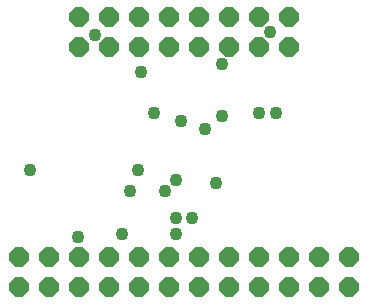
<source format=gbs>
G75*
%MOIN*%
%OFA0B0*%
%FSLAX25Y25*%
%IPPOS*%
%LPD*%
%AMOC8*
5,1,8,0,0,1.08239X$1,22.5*
%
%ADD10OC8,0.06500*%
%ADD11C,0.04300*%
D10*
X0146000Y0086000D03*
X0146000Y0096000D03*
X0156000Y0096000D03*
X0166000Y0096000D03*
X0166000Y0086000D03*
X0156000Y0086000D03*
X0176000Y0086000D03*
X0176000Y0096000D03*
X0186000Y0096000D03*
X0196000Y0096000D03*
X0196000Y0086000D03*
X0186000Y0086000D03*
X0206000Y0086000D03*
X0216000Y0086000D03*
X0216000Y0096000D03*
X0206000Y0096000D03*
X0226000Y0096000D03*
X0236000Y0096000D03*
X0236000Y0086000D03*
X0226000Y0086000D03*
X0246000Y0086000D03*
X0256000Y0086000D03*
X0256000Y0096000D03*
X0246000Y0096000D03*
X0236000Y0166000D03*
X0226000Y0166000D03*
X0226000Y0176000D03*
X0236000Y0176000D03*
X0216000Y0176000D03*
X0206000Y0176000D03*
X0206000Y0166000D03*
X0216000Y0166000D03*
X0196000Y0166000D03*
X0186000Y0166000D03*
X0186000Y0176000D03*
X0196000Y0176000D03*
X0176000Y0176000D03*
X0176000Y0166000D03*
X0166000Y0166000D03*
X0166000Y0176000D03*
D11*
X0171100Y0170200D03*
X0186400Y0157600D03*
X0190900Y0144100D03*
X0199900Y0141400D03*
X0208000Y0138700D03*
X0213400Y0143200D03*
X0226000Y0144100D03*
X0231400Y0144100D03*
X0213400Y0160300D03*
X0229600Y0171100D03*
X0185500Y0125200D03*
X0182800Y0118000D03*
X0194500Y0118000D03*
X0198100Y0121600D03*
X0211600Y0120700D03*
X0203500Y0109000D03*
X0198100Y0109000D03*
X0198100Y0103600D03*
X0180100Y0103600D03*
X0165700Y0102700D03*
X0149500Y0125200D03*
M02*

</source>
